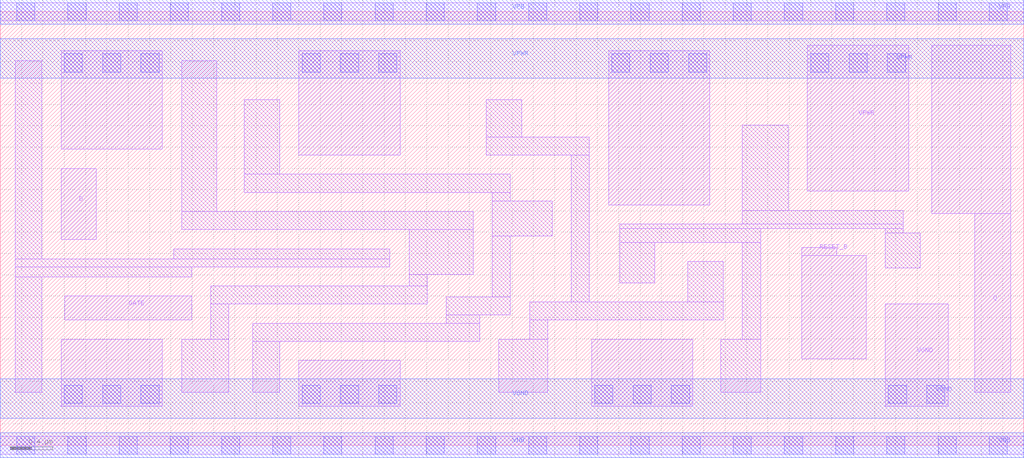
<source format=lef>
# Copyright 2020 The SkyWater PDK Authors
#
# Licensed under the Apache License, Version 2.0 (the "License");
# you may not use this file except in compliance with the License.
# You may obtain a copy of the License at
#
#     https://www.apache.org/licenses/LICENSE-2.0
#
# Unless required by applicable law or agreed to in writing, software
# distributed under the License is distributed on an "AS IS" BASIS,
# WITHOUT WARRANTIES OR CONDITIONS OF ANY KIND, either express or implied.
# See the License for the specific language governing permissions and
# limitations under the License.
#
# SPDX-License-Identifier: Apache-2.0

VERSION 5.7 ;
  NAMESCASESENSITIVE ON ;
  NOWIREEXTENSIONATPIN ON ;
  DIVIDERCHAR "/" ;
  BUSBITCHARS "[]" ;
UNITS
  DATABASE MICRONS 200 ;
END UNITS
MACRO sky130_fd_sc_hvl__dlrtp_1
  CLASS CORE ;
  SOURCE USER ;
  FOREIGN sky130_fd_sc_hvl__dlrtp_1 ;
  ORIGIN  0.000000  0.000000 ;
  SIZE  9.600000 BY  4.070000 ;
  SYMMETRY X Y ;
  SITE unithv ;
  PIN D
    ANTENNAGATEAREA  0.585000 ;
    DIRECTION INPUT ;
    USE SIGNAL ;
    PORT
      LAYER li1 ;
        RECT 0.570000 1.930000 0.900000 2.600000 ;
    END
  END D
  PIN Q
    ANTENNADIFFAREA  0.641250 ;
    DIRECTION OUTPUT ;
    USE SIGNAL ;
    PORT
      LAYER li1 ;
        RECT 8.735000 2.175000 9.475000 3.755000 ;
        RECT 9.140000 0.495000 9.475000 2.175000 ;
    END
  END Q
  PIN RESET_B
    ANTENNAGATEAREA  0.585000 ;
    DIRECTION INPUT ;
    USE SIGNAL ;
    PORT
      LAYER li1 ;
        RECT 7.515000 0.810000 8.120000 1.780000 ;
        RECT 7.515000 1.780000 7.845000 1.855000 ;
    END
  END RESET_B
  PIN GATE
    ANTENNAGATEAREA  0.585000 ;
    DIRECTION INPUT ;
    USE CLOCK ;
    PORT
      LAYER li1 ;
        RECT 0.605000 1.175000 1.795000 1.400000 ;
    END
  END GATE
  PIN VGND
    DIRECTION INOUT ;
    USE GROUND ;
    PORT
      LAYER li1 ;
        RECT 0.570000 0.365000 1.520000 0.995000 ;
        RECT 2.800000 0.365000 3.750000 0.795000 ;
        RECT 5.545000 0.365000 6.495000 0.995000 ;
        RECT 8.300000 0.365000 8.890000 1.325000 ;
      LAYER mcon ;
        RECT 0.600000 0.395000 0.770000 0.565000 ;
        RECT 0.960000 0.395000 1.130000 0.565000 ;
        RECT 1.320000 0.395000 1.490000 0.565000 ;
        RECT 2.830000 0.395000 3.000000 0.565000 ;
        RECT 3.190000 0.395000 3.360000 0.565000 ;
        RECT 3.550000 0.395000 3.720000 0.565000 ;
        RECT 5.575000 0.395000 5.745000 0.565000 ;
        RECT 5.935000 0.395000 6.105000 0.565000 ;
        RECT 6.295000 0.395000 6.465000 0.565000 ;
        RECT 8.330000 0.395000 8.500000 0.565000 ;
        RECT 8.690000 0.395000 8.860000 0.565000 ;
      LAYER met1 ;
        RECT 0.000000 0.255000 9.600000 0.625000 ;
    END
  END VGND
  PIN VNB
    DIRECTION INOUT ;
    USE GROUND ;
    PORT
      LAYER li1 ;
        RECT 0.000000 -0.085000 9.600000 0.085000 ;
      LAYER mcon ;
        RECT 0.155000 -0.085000 0.325000 0.085000 ;
        RECT 0.635000 -0.085000 0.805000 0.085000 ;
        RECT 1.115000 -0.085000 1.285000 0.085000 ;
        RECT 1.595000 -0.085000 1.765000 0.085000 ;
        RECT 2.075000 -0.085000 2.245000 0.085000 ;
        RECT 2.555000 -0.085000 2.725000 0.085000 ;
        RECT 3.035000 -0.085000 3.205000 0.085000 ;
        RECT 3.515000 -0.085000 3.685000 0.085000 ;
        RECT 3.995000 -0.085000 4.165000 0.085000 ;
        RECT 4.475000 -0.085000 4.645000 0.085000 ;
        RECT 4.955000 -0.085000 5.125000 0.085000 ;
        RECT 5.435000 -0.085000 5.605000 0.085000 ;
        RECT 5.915000 -0.085000 6.085000 0.085000 ;
        RECT 6.395000 -0.085000 6.565000 0.085000 ;
        RECT 6.875000 -0.085000 7.045000 0.085000 ;
        RECT 7.355000 -0.085000 7.525000 0.085000 ;
        RECT 7.835000 -0.085000 8.005000 0.085000 ;
        RECT 8.315000 -0.085000 8.485000 0.085000 ;
        RECT 8.795000 -0.085000 8.965000 0.085000 ;
        RECT 9.275000 -0.085000 9.445000 0.085000 ;
      LAYER met1 ;
        RECT 0.000000 -0.115000 9.600000 0.115000 ;
    END
  END VNB
  PIN VPB
    DIRECTION INOUT ;
    USE POWER ;
    PORT
      LAYER li1 ;
        RECT 0.000000 3.985000 9.600000 4.155000 ;
      LAYER mcon ;
        RECT 0.155000 3.985000 0.325000 4.155000 ;
        RECT 0.635000 3.985000 0.805000 4.155000 ;
        RECT 1.115000 3.985000 1.285000 4.155000 ;
        RECT 1.595000 3.985000 1.765000 4.155000 ;
        RECT 2.075000 3.985000 2.245000 4.155000 ;
        RECT 2.555000 3.985000 2.725000 4.155000 ;
        RECT 3.035000 3.985000 3.205000 4.155000 ;
        RECT 3.515000 3.985000 3.685000 4.155000 ;
        RECT 3.995000 3.985000 4.165000 4.155000 ;
        RECT 4.475000 3.985000 4.645000 4.155000 ;
        RECT 4.955000 3.985000 5.125000 4.155000 ;
        RECT 5.435000 3.985000 5.605000 4.155000 ;
        RECT 5.915000 3.985000 6.085000 4.155000 ;
        RECT 6.395000 3.985000 6.565000 4.155000 ;
        RECT 6.875000 3.985000 7.045000 4.155000 ;
        RECT 7.355000 3.985000 7.525000 4.155000 ;
        RECT 7.835000 3.985000 8.005000 4.155000 ;
        RECT 8.315000 3.985000 8.485000 4.155000 ;
        RECT 8.795000 3.985000 8.965000 4.155000 ;
        RECT 9.275000 3.985000 9.445000 4.155000 ;
      LAYER met1 ;
        RECT 0.000000 3.955000 9.600000 4.185000 ;
    END
  END VPB
  PIN VPWR
    DIRECTION INOUT ;
    USE POWER ;
    PORT
      LAYER li1 ;
        RECT 0.570000 2.780000 1.520000 3.705000 ;
        RECT 2.800000 2.725000 3.750000 3.705000 ;
        RECT 5.705000 2.255000 6.655000 3.705000 ;
        RECT 7.570000 2.385000 8.520000 3.755000 ;
      LAYER mcon ;
        RECT 0.600000 3.505000 0.770000 3.675000 ;
        RECT 0.960000 3.505000 1.130000 3.675000 ;
        RECT 1.320000 3.505000 1.490000 3.675000 ;
        RECT 2.830000 3.505000 3.000000 3.675000 ;
        RECT 3.190000 3.505000 3.360000 3.675000 ;
        RECT 3.550000 3.505000 3.720000 3.675000 ;
        RECT 5.735000 3.505000 5.905000 3.675000 ;
        RECT 6.095000 3.505000 6.265000 3.675000 ;
        RECT 6.455000 3.505000 6.625000 3.675000 ;
        RECT 7.600000 3.505000 7.770000 3.675000 ;
        RECT 7.960000 3.505000 8.130000 3.675000 ;
        RECT 8.320000 3.505000 8.490000 3.675000 ;
      LAYER met1 ;
        RECT 0.000000 3.445000 9.600000 3.815000 ;
    END
  END VPWR
  OBS
    LAYER li1 ;
      RECT 0.140000 0.495000 0.390000 1.580000 ;
      RECT 0.140000 1.580000 1.795000 1.675000 ;
      RECT 0.140000 1.675000 3.655000 1.750000 ;
      RECT 0.140000 1.750000 0.390000 3.610000 ;
      RECT 1.625000 1.750000 3.655000 1.845000 ;
      RECT 1.700000 0.495000 2.145000 0.995000 ;
      RECT 1.700000 2.025000 4.435000 2.195000 ;
      RECT 1.700000 2.195000 2.030000 3.610000 ;
      RECT 1.975000 0.995000 2.145000 1.325000 ;
      RECT 1.975000 1.325000 4.005000 1.495000 ;
      RECT 2.290000 2.375000 4.785000 2.545000 ;
      RECT 2.290000 2.545000 2.620000 3.245000 ;
      RECT 2.370000 0.495000 2.620000 0.975000 ;
      RECT 2.370000 0.975000 4.495000 1.145000 ;
      RECT 3.835000 1.495000 4.005000 1.605000 ;
      RECT 3.835000 1.605000 4.435000 2.025000 ;
      RECT 4.185000 1.145000 4.495000 1.225000 ;
      RECT 4.185000 1.225000 4.785000 1.395000 ;
      RECT 4.560000 2.725000 5.525000 2.895000 ;
      RECT 4.560000 2.895000 4.890000 3.245000 ;
      RECT 4.615000 1.395000 4.785000 1.965000 ;
      RECT 4.615000 1.965000 5.175000 2.295000 ;
      RECT 4.615000 2.295000 4.785000 2.375000 ;
      RECT 4.675000 0.495000 5.135000 0.995000 ;
      RECT 4.965000 0.995000 5.135000 1.175000 ;
      RECT 4.965000 1.175000 6.780000 1.345000 ;
      RECT 5.355000 1.345000 5.525000 2.725000 ;
      RECT 5.810000 1.525000 6.140000 1.905000 ;
      RECT 5.810000 1.905000 7.130000 2.035000 ;
      RECT 5.810000 2.035000 8.470000 2.075000 ;
      RECT 6.450000 1.345000 6.780000 1.725000 ;
      RECT 6.755000 0.495000 7.130000 0.995000 ;
      RECT 6.960000 0.995000 7.130000 1.905000 ;
      RECT 6.960000 2.075000 8.470000 2.205000 ;
      RECT 6.960000 2.205000 7.390000 3.005000 ;
      RECT 8.300000 1.665000 8.630000 1.995000 ;
      RECT 8.300000 1.995000 8.470000 2.035000 ;
  END
END sky130_fd_sc_hvl__dlrtp_1

</source>
